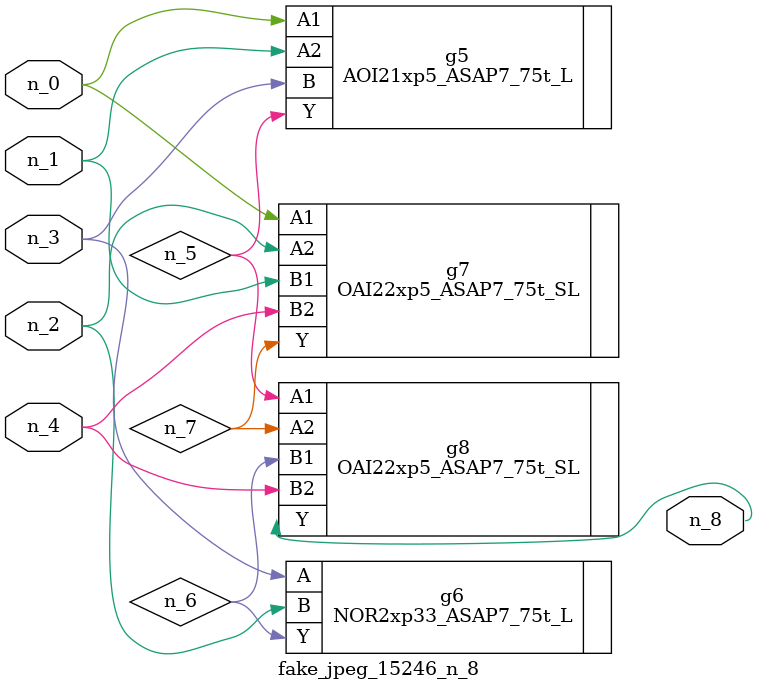
<source format=v>
module fake_jpeg_15246_n_8 (n_3, n_2, n_1, n_0, n_4, n_8);

input n_3;
input n_2;
input n_1;
input n_0;
input n_4;

output n_8;

wire n_6;
wire n_5;
wire n_7;

AOI21xp5_ASAP7_75t_L g5 ( 
.A1(n_0),
.A2(n_1),
.B(n_3),
.Y(n_5)
);

NOR2xp33_ASAP7_75t_L g6 ( 
.A(n_3),
.B(n_2),
.Y(n_6)
);

OAI22xp5_ASAP7_75t_SL g7 ( 
.A1(n_0),
.A2(n_2),
.B1(n_1),
.B2(n_4),
.Y(n_7)
);

OAI22xp5_ASAP7_75t_SL g8 ( 
.A1(n_5),
.A2(n_7),
.B1(n_6),
.B2(n_4),
.Y(n_8)
);


endmodule
</source>
